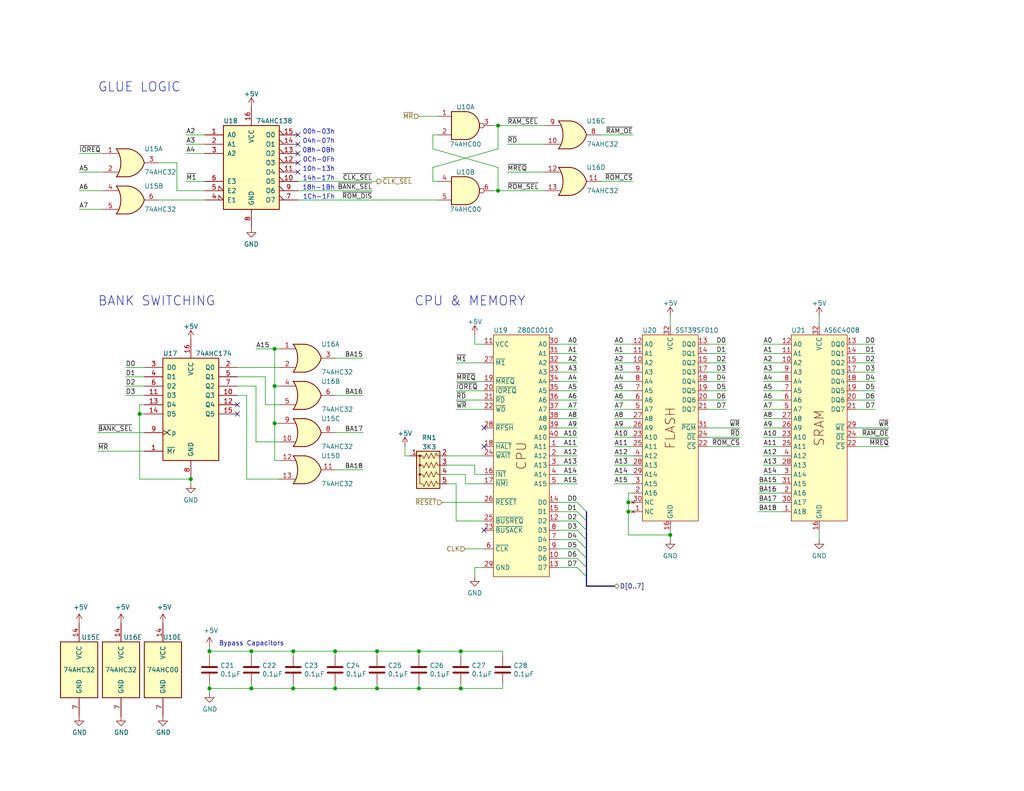
<source format=kicad_sch>
(kicad_sch (version 20211123) (generator eeschema)
  (paper "USLetter")
  (title_block (title "CPU, EEPROM, RAM & basic logic") (date "2022-10-02") (rev "1") (company "Frederic Segard - aka: The Micro Hobbyist") (comment 1 "Based on Grant Searle's design"))
  (lib_symbols
    (symbol "0_Z80_Library:AS6C4008"
      (property "Reference" "U" (at -7.62 0.635 0))
      (property "Value" "AS6C4008" (at 1.27 0.635 0))
      (symbol "AS6C4008_0_0"
        (text "SRAM" (at 0 -25.4 900) (effects (font (size 2.54 2.54))))
        (pin power_in line (at 0 -53.34 90) (length 2.54) (name "GND") (number "16"))
        (pin power_in line (at 0 2.54 270) (length 2.54) (name "VCC") (number "32"))
      )
      (symbol "AS6C4008_1_1"
        (pin input line (at -10.16 -48.26 0) (length 2.54) (name "A18") (number "1"))
        (pin input line (at -10.16 -7.62 0) (length 2.54) (name "A2") (number "10"))
        (pin input line (at -10.16 -5.08 0) (length 2.54) (name "A1") (number "11"))
        (pin input line (at -10.16 -2.54 0) (length 2.54) (name "A0") (number "12"))
        (pin tri_state line (at 10.16 -2.54 180) (length 2.54) (name "DQ0") (number "13"))
        (pin tri_state line (at 10.16 -5.08 180) (length 2.54) (name "DQ1") (number "14"))
        (pin tri_state line (at 10.16 -7.62 180) (length 2.54) (name "DQ2") (number "15"))
        (pin tri_state line (at 10.16 -10.16 180) (length 2.54) (name "DQ3") (number "17"))
        (pin tri_state line (at 10.16 -12.7 180) (length 2.54) (name "DQ4") (number "18"))
        (pin tri_state line (at 10.16 -15.24 180) (length 2.54) (name "DQ5") (number "19"))
        (pin input line (at -10.16 -43.18 0) (length 2.54) (name "A16") (number "2"))
        (pin tri_state line (at 10.16 -17.78 180) (length 2.54) (name "DQ6") (number "20"))
        (pin tri_state line (at 10.16 -20.32 180) (length 2.54) (name "DQ7") (number "21"))
        (pin input line (at 10.16 -30.48 180) (length 2.54) (name "~{CS}") (number "22"))
        (pin input line (at -10.16 -27.94 0) (length 2.54) (name "A10") (number "23"))
        (pin input line (at 10.16 -27.94 180) (length 2.54) (name "~{OE}") (number "24"))
        (pin input line (at -10.16 -30.48 0) (length 2.54) (name "A11") (number "25"))
        (pin input line (at -10.16 -25.4 0) (length 2.54) (name "A9") (number "26"))
        (pin input line (at -10.16 -22.86 0) (length 2.54) (name "A8") (number "27"))
        (pin input line (at -10.16 -35.56 0) (length 2.54) (name "A13") (number "28"))
        (pin input line (at 10.16 -25.4 180) (length 2.54) (name "~{WE}") (number "29"))
        (pin input line (at -10.16 -38.1 0) (length 2.54) (name "A14") (number "3"))
        (pin input line (at -10.16 -45.72 0) (length 2.54) (name "A17") (number "30"))
        (pin input line (at -10.16 -40.64 0) (length 2.54) (name "A15") (number "31"))
        (pin input line (at -10.16 -33.02 0) (length 2.54) (name "A12") (number "4"))
        (pin input line (at -10.16 -20.32 0) (length 2.54) (name "A7") (number "5"))
        (pin input line (at -10.16 -17.78 0) (length 2.54) (name "A6") (number "6"))
        (pin input line (at -10.16 -15.24 0) (length 2.54) (name "A5") (number "7"))
        (pin input line (at -10.16 -12.7 0) (length 2.54) (name "A4") (number "8"))
        (pin input line (at -10.16 -10.16 0) (length 2.54) (name "A3") (number "9"))
      )
    )
    (symbol "0_Z80_Library:SST39SF010"
      (property "Reference" "U" (at -7.62 0 0))
      (property "Value" "SST39SF010" (at 1.27 0 0))
      (symbol "SST39SF010_0_0"
        (text "FLASH" (at 0 -25.4 900) (effects (font (size 2.54 2.54))))
        (pin power_in line (at 0 -53.34 90) (length 2.54) (name "GND") (number "16"))
        (pin power_in line (at 0 2.54 270) (length 2.54) (name "VCC") (number "32"))
      )
      (symbol "SST39SF010_1_1"
        (pin no_connect line (at -10.16 -48.26 0) (length 2.54) (name "NC") (number "1"))
        (pin input line (at -10.16 -7.62 0) (length 2.54) (name "A2") (number "10"))
        (pin input line (at -10.16 -5.08 0) (length 2.54) (name "A1") (number "11"))
        (pin input line (at -10.16 -2.54 0) (length 2.54) (name "A0") (number "12"))
        (pin tri_state line (at 10.16 -2.54 180) (length 2.54) (name "DQ0") (number "13"))
        (pin tri_state line (at 10.16 -5.08 180) (length 2.54) (name "DQ1") (number "14"))
        (pin tri_state line (at 10.16 -7.62 180) (length 2.54) (name "DQ2") (number "15"))
        (pin tri_state line (at 10.16 -10.16 180) (length 2.54) (name "DQ3") (number "17"))
        (pin tri_state line (at 10.16 -12.7 180) (length 2.54) (name "DQ4") (number "18"))
        (pin tri_state line (at 10.16 -15.24 180) (length 2.54) (name "DQ5") (number "19"))
        (pin input line (at -10.16 -43.18 0) (length 2.54) (name "A16") (number "2"))
        (pin tri_state line (at 10.16 -17.78 180) (length 2.54) (name "DQ6") (number "20"))
        (pin tri_state line (at 10.16 -20.32 180) (length 2.54) (name "DQ7") (number "21"))
        (pin input line (at 10.16 -30.48 180) (length 2.54) (name "~{CS}") (number "22"))
        (pin input line (at -10.16 -27.94 0) (length 2.54) (name "A10") (number "23"))
        (pin input line (at 10.16 -27.94 180) (length 2.54) (name "~{OE}") (number "24"))
        (pin input line (at -10.16 -30.48 0) (length 2.54) (name "A11") (number "25"))
        (pin input line (at -10.16 -25.4 0) (length 2.54) (name "A9") (number "26"))
        (pin input line (at -10.16 -22.86 0) (length 2.54) (name "A8") (number "27"))
        (pin input line (at -10.16 -35.56 0) (length 2.54) (name "A13") (number "28"))
        (pin input line (at -10.16 -38.1 0) (length 2.54) (name "A14") (number "29"))
        (pin input line (at -10.16 -40.64 0) (length 2.54) (name "A15") (number "3"))
        (pin no_connect line (at -10.16 -45.72 0) (length 2.54) (name "NC") (number "30"))
        (pin input line (at 10.16 -25.4 180) (length 2.54) (name "~{PGM}") (number "31"))
        (pin input line (at -10.16 -33.02 0) (length 2.54) (name "A12") (number "4"))
        (pin input line (at -10.16 -20.32 0) (length 2.54) (name "A7") (number "5"))
        (pin input line (at -10.16 -17.78 0) (length 2.54) (name "A6") (number "6"))
        (pin input line (at -10.16 -15.24 0) (length 2.54) (name "A5") (number "7"))
        (pin input line (at -10.16 -12.7 0) (length 2.54) (name "A4") (number "8"))
        (pin input line (at -10.16 -10.16 0) (length 2.54) (name "A3") (number "9"))
      )
    )
    (symbol "0_Z80_Library:Z80C00xx"
      (property "Reference" "U" (at -7.62 1.27 0))
      (property "Value" "Z80C00xx" (at 1.27 1.27 0))
      (symbol "Z80C00xx_0_0"
        (text "CPU" (at 0 -33.02 900) (effects (font (size 2.54 2.54))))
      )
      (symbol "Z80C00xx_1_1"
        (pin output line (at 10.16 -30.48 180) (length 2.54) (name "A11") (number "1"))
        (pin bidirectional line (at 10.16 -60.96 180) (length 2.54) (name "D6") (number "10"))
        (pin power_in line (at -10.16 -2.54 0) (length 2.54) (name "VCC") (number "11"))
        (pin bidirectional line (at 10.16 -50.8 180) (length 2.54) (name "D2") (number "12"))
        (pin bidirectional line (at 10.16 -63.5 180) (length 2.54) (name "D7") (number "13"))
        (pin bidirectional line (at 10.16 -45.72 180) (length 2.54) (name "D0") (number "14"))
        (pin bidirectional line (at 10.16 -48.26 180) (length 2.54) (name "D1") (number "15"))
        (pin input line (at -10.16 -38.1 0) (length 2.54) (name "~{INT}") (number "16"))
        (pin input line (at -10.16 -40.64 0) (length 2.54) (name "~{NMI}") (number "17"))
        (pin output line (at -10.16 -30.48 0) (length 2.54) (name "~{HALT}") (number "18"))
        (pin output line (at -10.16 -12.7 0) (length 2.54) (name "~{MREQ}") (number "19"))
        (pin output line (at 10.16 -33.02 180) (length 2.54) (name "A12") (number "2"))
        (pin output line (at -10.16 -15.24 0) (length 2.54) (name "~{IOREQ}") (number "20"))
        (pin output line (at -10.16 -17.78 0) (length 2.54) (name "~{RD}") (number "21"))
        (pin output line (at -10.16 -20.32 0) (length 2.54) (name "~{WD}") (number "22"))
        (pin output line (at -10.16 -53.34 0) (length 2.54) (name "~{BUSACK}") (number "23"))
        (pin input line (at -10.16 -33.02 0) (length 2.54) (name "~{WAIT}") (number "24"))
        (pin input line (at -10.16 -50.8 0) (length 2.54) (name "~{BUSREQ}") (number "25"))
        (pin input line (at -10.16 -45.72 0) (length 2.54) (name "~{RESET}") (number "26"))
        (pin output line (at -10.16 -7.62 0) (length 2.54) (name "~{M1}") (number "27"))
        (pin output line (at -10.16 -25.4 0) (length 2.54) (name "~{RFSH}") (number "28"))
        (pin power_in line (at -10.16 -63.5 0) (length 2.54) (name "GND") (number "29"))
        (pin output line (at 10.16 -35.56 180) (length 2.54) (name "A13") (number "3"))
        (pin output line (at 10.16 -2.54 180) (length 2.54) (name "A0") (number "30"))
        (pin output line (at 10.16 -5.08 180) (length 2.54) (name "A1") (number "31"))
        (pin output line (at 10.16 -7.62 180) (length 2.54) (name "A2") (number "32"))
        (pin output line (at 10.16 -10.16 180) (length 2.54) (name "A3") (number "33"))
        (pin output line (at 10.16 -12.7 180) (length 2.54) (name "A4") (number "34"))
        (pin output line (at 10.16 -15.24 180) (length 2.54) (name "A5") (number "35"))
        (pin output line (at 10.16 -17.78 180) (length 2.54) (name "A6") (number "36"))
        (pin output line (at 10.16 -20.32 180) (length 2.54) (name "A7") (number "37"))
        (pin output line (at 10.16 -22.86 180) (length 2.54) (name "A8") (number "38"))
        (pin output line (at 10.16 -25.4 180) (length 2.54) (name "A9") (number "39"))
        (pin output line (at 10.16 -38.1 180) (length 2.54) (name "A14") (number "4"))
        (pin output line (at 10.16 -27.94 180) (length 2.54) (name "A10") (number "40"))
        (pin output line (at 10.16 -40.64 180) (length 2.54) (name "A15") (number "5"))
        (pin input line (at -10.16 -58.42 0) (length 2.54) (name "~{CLK}") (number "6"))
        (pin bidirectional line (at 10.16 -55.88 180) (length 2.54) (name "D4") (number "7"))
        (pin bidirectional line (at 10.16 -53.34 180) (length 2.54) (name "D3") (number "8"))
        (pin bidirectional line (at 10.16 -58.42 180) (length 2.54) (name "D5") (number "9"))
      )
    )
    (symbol "74xx:74HC00" (pin_names (offset 1.016))
      (property "Reference" "U" (at 0 1.27 0))
      (property "Value" "74HC00" (at 0 -1.27 0))
      (symbol "74HC00_1_1"
        (pin input line (at -7.62 2.54 0) (length 3.81) (name "~") (number "1"))
        (pin input line (at -7.62 -2.54 0) (length 3.81) (name "~") (number "2"))
        (pin output inverted (at 7.62 0 180) (length 3.81) (name "~") (number "3"))
      )
      (symbol "74HC00_1_2"
        (pin input inverted (at -7.62 2.54 0) (length 4.318) (name "~") (number "1"))
        (pin input inverted (at -7.62 -2.54 0) (length 4.318) (name "~") (number "2"))
        (pin output line (at 7.62 0 180) (length 3.81) (name "~") (number "3"))
      )
      (symbol "74HC00_2_1"
        (pin input line (at -7.62 2.54 0) (length 3.81) (name "~") (number "4"))
        (pin input line (at -7.62 -2.54 0) (length 3.81) (name "~") (number "5"))
        (pin output inverted (at 7.62 0 180) (length 3.81) (name "~") (number "6"))
      )
      (symbol "74HC00_2_2"
        (pin input inverted (at -7.62 2.54 0) (length 4.318) (name "~") (number "4"))
        (pin input inverted (at -7.62 -2.54 0) (length 4.318) (name "~") (number "5"))
        (pin output line (at 7.62 0 180) (length 3.81) (name "~") (number "6"))
      )
      (symbol "74HC00_3_1"
        (pin input line (at -7.62 -2.54 0) (length 3.81) (name "~") (number "10"))
        (pin output inverted (at 7.62 0 180) (length 3.81) (name "~") (number "8"))
        (pin input line (at -7.62 2.54 0) (length 3.81) (name "~") (number "9"))
      )
      (symbol "74HC00_3_2"
        (pin input inverted (at -7.62 -2.54 0) (length 4.318) (name "~") (number "10"))
        (pin output line (at 7.62 0 180) (length 3.81) (name "~") (number "8"))
        (pin input inverted (at -7.62 2.54 0) (length 4.318) (name "~") (number "9"))
      )
      (symbol "74HC00_4_1"
        (pin output inverted (at 7.62 0 180) (length 3.81) (name "~") (number "11"))
        (pin input line (at -7.62 2.54 0) (length 3.81) (name "~") (number "12"))
        (pin input line (at -7.62 -2.54 0) (length 3.81) (name "~") (number "13"))
      )
      (symbol "74HC00_4_2"
        (pin output line (at 7.62 0 180) (length 3.81) (name "~") (number "11"))
        (pin input inverted (at -7.62 2.54 0) (length 4.318) (name "~") (number "12"))
        (pin input inverted (at -7.62 -2.54 0) (length 4.318) (name "~") (number "13"))
      )
      (symbol "74HC00_5_0"
        (pin power_in line (at 0 12.7 270) (length 5.08) (name "VCC") (number "14"))
        (pin power_in line (at 0 -12.7 90) (length 5.08) (name "GND") (number "7"))
      )
    )
    (symbol "74xx:74LS138" (pin_names (offset 1.016))
      (property "Reference" "U" (at -7.62 11.43 0))
      (property "Value" "74LS138" (at -7.62 -13.97 0))
      (symbol "74LS138_1_0"
        (pin input line (at -12.7 7.62 0) (length 5.08) (name "A0") (number "1"))
        (pin output output_low (at 12.7 -5.08 180) (length 5.08) (name "O5") (number "10"))
        (pin output output_low (at 12.7 -2.54 180) (length 5.08) (name "O4") (number "11"))
        (pin output output_low (at 12.7 0 180) (length 5.08) (name "O3") (number "12"))
        (pin output output_low (at 12.7 2.54 180) (length 5.08) (name "O2") (number "13"))
        (pin output output_low (at 12.7 5.08 180) (length 5.08) (name "O1") (number "14"))
        (pin output output_low (at 12.7 7.62 180) (length 5.08) (name "O0") (number "15"))
        (pin power_in line (at 0 15.24 270) (length 5.08) (name "VCC") (number "16"))
        (pin input line (at -12.7 5.08 0) (length 5.08) (name "A1") (number "2"))
        (pin input line (at -12.7 2.54 0) (length 5.08) (name "A2") (number "3"))
        (pin input input_low (at -12.7 -10.16 0) (length 5.08) (name "E1") (number "4"))
        (pin input input_low (at -12.7 -7.62 0) (length 5.08) (name "E2") (number "5"))
        (pin input line (at -12.7 -5.08 0) (length 5.08) (name "E3") (number "6"))
        (pin output output_low (at 12.7 -10.16 180) (length 5.08) (name "O7") (number "7"))
        (pin power_in line (at 0 -17.78 90) (length 5.08) (name "GND") (number "8"))
        (pin output output_low (at 12.7 -7.62 180) (length 5.08) (name "O6") (number "9"))
      )
    )
    (symbol "74xx:74LS174" (pin_names (offset 1.016))
      (property "Reference" "U" (at -7.62 13.97 0))
      (property "Value" "74LS174" (at -7.62 -16.51 0))
      (symbol "74LS174_1_0"
        (pin input line (at -12.7 -12.7 0) (length 5.08) (name "~{Mr}") (number "1"))
        (pin output line (at 12.7 2.54 180) (length 5.08) (name "Q3") (number "10"))
        (pin input line (at -12.7 2.54 0) (length 5.08) (name "D3") (number "11"))
        (pin output line (at 12.7 0 180) (length 5.08) (name "Q4") (number "12"))
        (pin input line (at -12.7 0 0) (length 5.08) (name "D4") (number "13"))
        (pin input line (at -12.7 -2.54 0) (length 5.08) (name "D5") (number "14"))
        (pin output line (at 12.7 -2.54 180) (length 5.08) (name "Q5") (number "15"))
        (pin power_in line (at 0 17.78 270) (length 5.08) (name "VCC") (number "16"))
        (pin output line (at 12.7 10.16 180) (length 5.08) (name "Q0") (number "2"))
        (pin input line (at -12.7 10.16 0) (length 5.08) (name "D0") (number "3"))
        (pin input line (at -12.7 7.62 0) (length 5.08) (name "D1") (number "4"))
        (pin output line (at 12.7 7.62 180) (length 5.08) (name "Q1") (number "5"))
        (pin input line (at -12.7 5.08 0) (length 5.08) (name "D2") (number "6"))
        (pin output line (at 12.7 5.08 180) (length 5.08) (name "Q2") (number "7"))
        (pin power_in line (at 0 -20.32 90) (length 5.08) (name "GND") (number "8"))
        (pin input clock (at -12.7 -7.62 0) (length 5.08) (name "Cp") (number "9"))
      )
    )
    (symbol "74xx:74LS32" (pin_names (offset 1.016))
      (property "Reference" "U" (at 0 1.27 0))
      (property "Value" "74LS32" (at 0 -1.27 0))
      (symbol "74LS32_1_1"
        (pin input line (at -7.62 2.54 0) (length 4.318) (name "~") (number "1"))
        (pin input line (at -7.62 -2.54 0) (length 4.318) (name "~") (number "2"))
        (pin output line (at 7.62 0 180) (length 3.81) (name "~") (number "3"))
      )
      (symbol "74LS32_1_2"
        (pin input inverted (at -7.62 2.54 0) (length 3.81) (name "~") (number "1"))
        (pin input inverted (at -7.62 -2.54 0) (length 3.81) (name "~") (number "2"))
        (pin output inverted (at 7.62 0 180) (length 3.81) (name "~") (number "3"))
      )
      (symbol "74LS32_2_1"
        (pin input line (at -7.62 2.54 0) (length 4.318) (name "~") (number "4"))
        (pin input line (at -7.62 -2.54 0) (length 4.318) (name "~") (number "5"))
        (pin output line (at 7.62 0 180) (length 3.81) (name "~") (number "6"))
      )
      (symbol "74LS32_2_2"
        (pin input inverted (at -7.62 2.54 0) (length 3.81) (name "~") (number "4"))
        (pin input inverted (at -7.62 -2.54 0) (length 3.81) (name "~") (number "5"))
        (pin output inverted (at 7.62 0 180) (length 3.81) (name "~") (number "6"))
      )
      (symbol "74LS32_3_1"
        (pin input line (at -7.62 -2.54 0) (length 4.318) (name "~") (number "10"))
        (pin output line (at 7.62 0 180) (length 3.81) (name "~") (number "8"))
        (pin input line (at -7.62 2.54 0) (length 4.318) (name "~") (number "9"))
      )
      (symbol "74LS32_3_2"
        (pin input inverted (at -7.62 -2.54 0) (length 3.81) (name "~") (number "10"))
        (pin output inverted (at 7.62 0 180) (length 3.81) (name "~") (number "8"))
        (pin input inverted (at -7.62 2.54 0) (length 3.81) (name "~") (number "9"))
      )
      (symbol "74LS32_4_1"
        (pin output line (at 7.62 0 180) (length 3.81) (name "~") (number "11"))
        (pin input line (at -7.62 2.54 0) (length 4.318) (name "~") (number "12"))
        (pin input line (at -7.62 -2.54 0) (length 4.318) (name "~") (number "13"))
      )
      (symbol "74LS32_4_2"
        (pin output inverted (at 7.62 0 180) (length 3.81) (name "~") (number "11"))
        (pin input inverted (at -7.62 2.54 0) (length 3.81) (name "~") (number "12"))
        (pin input inverted (at -7.62 -2.54 0) (length 3.81) (name "~") (number "13"))
      )
      (symbol "74LS32_5_0"
        (pin power_in line (at 0 12.7 270) (length 5.08) (name "VCC") (number "14"))
        (pin power_in line (at 0 -12.7 90) (length 5.08) (name "GND") (number "7"))
      )
    )
    (symbol "Device:C" (pin_numbers hide) (pin_names (offset 0.254))
      (property "Reference" "C" (at 0.635 2.54 0))
      (property "Value" "C" (at 0.635 -2.54 0))
      (symbol "C_1_1"
        (pin passive line (at 0 3.81 270) (length 2.794) (name "~") (number "1"))
        (pin passive line (at 0 -3.81 90) (length 2.794) (name "~") (number "2"))
      )
    )
    (symbol "Device:R_Network04_US" (pin_names (offset 0) hide)
      (property "Reference" "RN" (at -7.62 0 90))
      (property "Value" "R_Network04_US" (at 5.08 0 90))
      (symbol "R_Network04_US_1_1"
        (pin passive line (at -5.08 5.08 270) (length 2.54) (name "common") (number "1"))
        (pin passive line (at -5.08 -5.08 90) (length 1.27) (name "R1") (number "2"))
        (pin passive line (at -2.54 -5.08 90) (length 1.27) (name "R2") (number "3"))
        (pin passive line (at 0 -5.08 90) (length 1.27) (name "R3") (number "4"))
        (pin passive line (at 2.54 -5.08 90) (length 1.27) (name "R4") (number "5"))
      )
    )
    (symbol "power:+5V" (power) (pin_names (offset 0))
      (property "Value" "+5V" (at 0 3.556 0))
      (symbol "+5V_1_1"
        (pin power_in line (at 0 0 90) (length 0) hide (name "+5V") (number "1"))
      )
    )
    (symbol "power:GND" (power) (pin_names (offset 0))
      (property "Value" "GND" (at 0 -3.81 0))
      (symbol "GND_1_1"
        (pin power_in line (at 0 0 270) (length 0) hide (name "GND") (number "1"))
      )
    )
  )
  (junction (at 74.93 95.25))
  (junction (at 171.45 139.7))
  (junction (at 171.45 137.16))
  (junction (at 80.01 187.96))
  (junction (at 68.58 187.96))
  (junction (at 114.3 177.8))
  (junction (at 135.89 34.29))
  (junction (at 114.3 187.96))
  (junction (at 80.01 177.8))
  (junction (at 125.73 177.8))
  (junction (at 102.87 177.8))
  (junction (at 57.15 187.96))
  (junction (at 57.15 177.8))
  (junction (at 68.58 177.8))
  (junction (at 102.87 187.96))
  (junction (at 125.73 187.96))
  (junction (at 74.93 105.41))
  (junction (at 74.93 115.57))
  (junction (at 91.44 187.96))
  (junction (at 182.88 146.05))
  (junction (at 38.1 113.03))
  (junction (at 52.07 130.81))
  (junction (at 91.44 177.8))
  (junction (at 135.89 52.07))
  (no_connect (at 132.08 121.92))
  (no_connect (at 132.08 144.78))
  (no_connect (at 64.77 110.49))
  (no_connect (at 64.77 113.03))
  (no_connect (at 81.28 44.45))
  (no_connect (at 81.28 46.99))
  (no_connect (at 81.28 41.91))
  (no_connect (at 81.28 39.37))
  (no_connect (at 81.28 36.83))
  (no_connect (at 132.08 116.84))
  (bus_entry (at 157.48 147.32) (size 2.54 2.54))
  (bus_entry (at 157.48 137.16) (size 2.54 2.54))
  (bus_entry (at 157.48 142.24) (size 2.54 2.54))
  (bus_entry (at 157.48 139.7) (size 2.54 2.54))
  (bus_entry (at 157.48 144.78) (size 2.54 2.54))
  (bus_entry (at 157.48 154.94) (size 2.54 2.54))
  (bus_entry (at 157.48 152.4) (size 2.54 2.54))
  (bus_entry (at 157.48 149.86) (size 2.54 2.54))
  (wire (pts (xy 50.8 36.83) (xy 55.88 36.83)))
  (bus (pts (xy 160.02 154.94) (xy 160.02 157.48)))
  (wire (pts (xy 125.73 179.07) (xy 125.73 177.8)))
  (wire (pts (xy 213.36 121.92) (xy 208.28 121.92)))
  (wire (pts (xy 223.52 144.78) (xy 223.52 147.32)))
  (wire (pts (xy 121.92 124.46) (xy 132.08 124.46)))
  (wire (pts (xy 91.44 177.8) (xy 80.01 177.8)))
  (wire (pts (xy 172.72 119.38) (xy 167.64 119.38)))
  (wire (pts (xy 48.26 52.07) (xy 48.26 44.45)))
  (wire (pts (xy 172.72 127) (xy 167.64 127)))
  (wire (pts (xy 68.58 186.69) (xy 68.58 187.96)))
  (wire (pts (xy 127 129.54) (xy 127 132.08)))
  (wire (pts (xy 81.28 54.61) (xy 119.38 54.61)))
  (wire (pts (xy 201.93 121.92) (xy 193.04 121.92)))
  (wire (pts (xy 152.4 154.94) (xy 157.48 154.94)))
  (wire (pts (xy 129.54 129.54) (xy 132.08 129.54)))
  (wire (pts (xy 172.72 121.92) (xy 167.64 121.92)))
  (wire (pts (xy 129.54 127) (xy 129.54 129.54)))
  (wire (pts (xy 91.44 107.95) (xy 99.06 107.95)))
  (wire (pts (xy 233.68 93.98) (xy 238.76 93.98)))
  (wire (pts (xy 74.93 105.41) (xy 76.2 105.41)))
  (wire (pts (xy 213.36 109.22) (xy 208.28 109.22)))
  (wire (pts (xy 26.67 123.19) (xy 39.37 123.19)))
  (wire (pts (xy 152.4 109.22) (xy 157.48 109.22)))
  (wire (pts (xy 121.92 132.08) (xy 124.46 132.08)))
  (wire (pts (xy 172.72 96.52) (xy 167.64 96.52)))
  (wire (pts (xy 135.89 40.64) (xy 118.11 45.72)))
  (wire (pts (xy 193.04 93.98) (xy 198.12 93.98)))
  (wire (pts (xy 21.59 52.07) (xy 27.94 52.07)))
  (wire (pts (xy 57.15 187.96) (xy 68.58 187.96)))
  (wire (pts (xy 207.01 134.62) (xy 213.36 134.62)))
  (wire (pts (xy 172.72 116.84) (xy 167.64 116.84)))
  (wire (pts (xy 74.93 95.25) (xy 74.93 105.41)))
  (wire (pts (xy 233.68 121.92) (xy 242.57 121.92)))
  (wire (pts (xy 135.89 34.29) (xy 148.59 34.29)))
  (wire (pts (xy 114.3 31.75) (xy 119.38 31.75)))
  (wire (pts (xy 233.68 111.76) (xy 238.76 111.76)))
  (wire (pts (xy 119.38 49.53) (xy 118.11 49.53)))
  (wire (pts (xy 114.3 187.96) (xy 125.73 187.96)))
  (wire (pts (xy 163.83 49.53) (xy 172.72 49.53)))
  (wire (pts (xy 135.89 34.29) (xy 135.89 40.64)))
  (wire (pts (xy 163.83 36.83) (xy 172.72 36.83)))
  (wire (pts (xy 152.4 149.86) (xy 157.48 149.86)))
  (wire (pts (xy 135.89 45.72) (xy 118.11 40.64)))
  (wire (pts (xy 233.68 116.84) (xy 242.57 116.84)))
  (wire (pts (xy 69.85 95.25) (xy 74.93 95.25)))
  (wire (pts (xy 172.72 111.76) (xy 167.64 111.76)))
  (wire (pts (xy 125.73 186.69) (xy 125.73 187.96)))
  (wire (pts (xy 233.68 104.14) (xy 238.76 104.14)))
  (wire (pts (xy 127 149.86) (xy 132.08 149.86)))
  (wire (pts (xy 193.04 96.52) (xy 198.12 96.52)))
  (wire (pts (xy 67.31 130.81) (xy 76.2 130.81)))
  (wire (pts (xy 137.16 177.8) (xy 125.73 177.8)))
  (wire (pts (xy 69.85 120.65) (xy 76.2 120.65)))
  (wire (pts (xy 57.15 177.8) (xy 57.15 179.07)))
  (wire (pts (xy 80.01 187.96) (xy 91.44 187.96)))
  (wire (pts (xy 68.58 177.8) (xy 57.15 177.8)))
  (wire (pts (xy 120.65 137.16) (xy 132.08 137.16)))
  (wire (pts (xy 193.04 109.22) (xy 198.12 109.22)))
  (wire (pts (xy 213.36 111.76) (xy 208.28 111.76)))
  (wire (pts (xy 193.04 111.76) (xy 198.12 111.76)))
  (wire (pts (xy 171.45 146.05) (xy 182.88 146.05)))
  (wire (pts (xy 124.46 132.08) (xy 124.46 142.24)))
  (wire (pts (xy 129.54 154.94) (xy 129.54 157.48)))
  (wire (pts (xy 34.29 100.33) (xy 39.37 100.33)))
  (wire (pts (xy 152.4 132.08) (xy 157.48 132.08)))
  (wire (pts (xy 152.4 144.78) (xy 157.48 144.78)))
  (wire (pts (xy 119.38 36.83) (xy 118.11 36.83)))
  (wire (pts (xy 91.44 118.11) (xy 99.06 118.11)))
  (wire (pts (xy 172.72 124.46) (xy 167.64 124.46)))
  (wire (pts (xy 152.4 111.76) (xy 157.48 111.76)))
  (wire (pts (xy 50.8 39.37) (xy 55.88 39.37)))
  (wire (pts (xy 81.28 49.53) (xy 102.87 49.53)))
  (wire (pts (xy 57.15 187.96) (xy 57.15 189.23)))
  (wire (pts (xy 114.3 177.8) (xy 102.87 177.8)))
  (wire (pts (xy 213.36 127) (xy 208.28 127)))
  (wire (pts (xy 80.01 186.69) (xy 80.01 187.96)))
  (wire (pts (xy 152.4 96.52) (xy 157.48 96.52)))
  (wire (pts (xy 213.36 129.54) (xy 208.28 129.54)))
  (bus (pts (xy 160.02 147.32) (xy 160.02 149.86)))
  (wire (pts (xy 38.1 110.49) (xy 38.1 113.03)))
  (wire (pts (xy 118.11 45.72) (xy 118.11 49.53)))
  (wire (pts (xy 152.4 127) (xy 157.48 127)))
  (wire (pts (xy 80.01 179.07) (xy 80.01 177.8)))
  (wire (pts (xy 72.39 102.87) (xy 64.77 102.87)))
  (wire (pts (xy 21.59 57.15) (xy 27.94 57.15)))
  (wire (pts (xy 213.36 96.52) (xy 208.28 96.52)))
  (wire (pts (xy 91.44 187.96) (xy 102.87 187.96)))
  (wire (pts (xy 137.16 179.07) (xy 137.16 177.8)))
  (wire (pts (xy 74.93 95.25) (xy 76.2 95.25)))
  (wire (pts (xy 172.72 93.98) (xy 167.64 93.98)))
  (wire (pts (xy 124.46 106.68) (xy 132.08 106.68)))
  (wire (pts (xy 213.36 116.84) (xy 208.28 116.84)))
  (wire (pts (xy 91.44 97.79) (xy 99.06 97.79)))
  (wire (pts (xy 152.4 147.32) (xy 157.48 147.32)))
  (wire (pts (xy 138.43 46.99) (xy 148.59 46.99)))
  (wire (pts (xy 138.43 39.37) (xy 148.59 39.37)))
  (wire (pts (xy 34.29 107.95) (xy 39.37 107.95)))
  (wire (pts (xy 233.68 101.6) (xy 238.76 101.6)))
  (wire (pts (xy 114.3 179.07) (xy 114.3 177.8)))
  (wire (pts (xy 38.1 130.81) (xy 52.07 130.81)))
  (wire (pts (xy 233.68 96.52) (xy 238.76 96.52)))
  (wire (pts (xy 50.8 49.53) (xy 55.88 49.53)))
  (wire (pts (xy 72.39 110.49) (xy 72.39 102.87)))
  (wire (pts (xy 111.76 124.46) (xy 110.49 124.46)))
  (bus (pts (xy 160.02 149.86) (xy 160.02 152.4)))
  (wire (pts (xy 80.01 177.8) (xy 68.58 177.8)))
  (wire (pts (xy 67.31 107.95) (xy 64.77 107.95)))
  (wire (pts (xy 64.77 100.33) (xy 76.2 100.33)))
  (wire (pts (xy 213.36 93.98) (xy 208.28 93.98)))
  (wire (pts (xy 67.31 130.81) (xy 67.31 107.95)))
  (wire (pts (xy 124.46 99.06) (xy 132.08 99.06)))
  (wire (pts (xy 102.87 179.07) (xy 102.87 177.8)))
  (wire (pts (xy 172.72 104.14) (xy 167.64 104.14)))
  (wire (pts (xy 172.72 137.16) (xy 171.45 137.16)))
  (wire (pts (xy 129.54 91.44) (xy 129.54 93.98)))
  (wire (pts (xy 124.46 104.14) (xy 132.08 104.14)))
  (wire (pts (xy 91.44 128.27) (xy 99.06 128.27)))
  (wire (pts (xy 152.4 152.4) (xy 157.48 152.4)))
  (wire (pts (xy 26.67 118.11) (xy 39.37 118.11)))
  (wire (pts (xy 172.72 129.54) (xy 167.64 129.54)))
  (wire (pts (xy 193.04 106.68) (xy 198.12 106.68)))
  (wire (pts (xy 21.59 41.91) (xy 27.94 41.91)))
  (wire (pts (xy 48.26 44.45) (xy 43.18 44.45)))
  (wire (pts (xy 114.3 186.69) (xy 114.3 187.96)))
  (wire (pts (xy 172.72 132.08) (xy 167.64 132.08)))
  (wire (pts (xy 213.36 99.06) (xy 208.28 99.06)))
  (wire (pts (xy 74.93 115.57) (xy 74.93 125.73)))
  (wire (pts (xy 134.62 34.29) (xy 135.89 34.29)))
  (bus (pts (xy 160.02 139.7) (xy 160.02 142.24)))
  (wire (pts (xy 233.68 109.22) (xy 238.76 109.22)))
  (wire (pts (xy 124.46 109.22) (xy 132.08 109.22)))
  (wire (pts (xy 69.85 105.41) (xy 64.77 105.41)))
  (wire (pts (xy 201.93 119.38) (xy 193.04 119.38)))
  (wire (pts (xy 34.29 105.41) (xy 39.37 105.41)))
  (wire (pts (xy 193.04 99.06) (xy 198.12 99.06)))
  (wire (pts (xy 233.68 99.06) (xy 238.76 99.06)))
  (wire (pts (xy 135.89 45.72) (xy 135.89 52.07)))
  (wire (pts (xy 121.92 129.54) (xy 127 129.54)))
  (wire (pts (xy 72.39 110.49) (xy 76.2 110.49)))
  (wire (pts (xy 207.01 132.08) (xy 213.36 132.08)))
  (wire (pts (xy 193.04 116.84) (xy 201.93 116.84)))
  (wire (pts (xy 124.46 111.76) (xy 132.08 111.76)))
  (wire (pts (xy 127 132.08) (xy 132.08 132.08)))
  (wire (pts (xy 69.85 120.65) (xy 69.85 105.41)))
  (wire (pts (xy 152.4 142.24) (xy 157.48 142.24)))
  (wire (pts (xy 38.1 113.03) (xy 38.1 130.81)))
  (wire (pts (xy 172.72 101.6) (xy 167.64 101.6)))
  (wire (pts (xy 172.72 99.06) (xy 167.64 99.06)))
  (wire (pts (xy 172.72 106.68) (xy 167.64 106.68)))
  (wire (pts (xy 213.36 119.38) (xy 208.28 119.38)))
  (wire (pts (xy 171.45 134.62) (xy 171.45 137.16)))
  (wire (pts (xy 132.08 154.94) (xy 129.54 154.94)))
  (wire (pts (xy 81.28 52.07) (xy 101.6 52.07)))
  (wire (pts (xy 110.49 121.92) (xy 110.49 124.46)))
  (wire (pts (xy 118.11 36.83) (xy 118.11 40.64)))
  (wire (pts (xy 152.4 116.84) (xy 157.48 116.84)))
  (wire (pts (xy 171.45 139.7) (xy 172.72 139.7)))
  (wire (pts (xy 193.04 104.14) (xy 198.12 104.14)))
  (wire (pts (xy 43.18 54.61) (xy 55.88 54.61)))
  (wire (pts (xy 152.4 104.14) (xy 157.48 104.14)))
  (wire (pts (xy 182.88 86.36) (xy 182.88 88.9)))
  (wire (pts (xy 152.4 106.68) (xy 157.48 106.68)))
  (wire (pts (xy 152.4 119.38) (xy 157.48 119.38)))
  (wire (pts (xy 74.93 115.57) (xy 76.2 115.57)))
  (wire (pts (xy 233.68 119.38) (xy 242.57 119.38)))
  (wire (pts (xy 68.58 187.96) (xy 80.01 187.96)))
  (wire (pts (xy 102.87 177.8) (xy 91.44 177.8)))
  (bus (pts (xy 160.02 152.4) (xy 160.02 154.94)))
  (wire (pts (xy 39.37 110.49) (xy 38.1 110.49)))
  (wire (pts (xy 213.36 104.14) (xy 208.28 104.14)))
  (wire (pts (xy 152.4 121.92) (xy 157.48 121.92)))
  (wire (pts (xy 57.15 176.53) (xy 57.15 177.8)))
  (wire (pts (xy 102.87 186.69) (xy 102.87 187.96)))
  (wire (pts (xy 124.46 142.24) (xy 132.08 142.24)))
  (wire (pts (xy 213.36 101.6) (xy 208.28 101.6)))
  (wire (pts (xy 137.16 186.69) (xy 137.16 187.96)))
  (wire (pts (xy 135.89 52.07) (xy 148.59 52.07)))
  (wire (pts (xy 21.59 46.99) (xy 27.94 46.99)))
  (wire (pts (xy 213.36 114.3) (xy 208.28 114.3)))
  (wire (pts (xy 152.4 124.46) (xy 157.48 124.46)))
  (bus (pts (xy 160.02 157.48) (xy 160.02 160.02)))
  (wire (pts (xy 52.07 132.08) (xy 52.07 130.81)))
  (wire (pts (xy 182.88 144.78) (xy 182.88 146.05)))
  (wire (pts (xy 91.44 179.07) (xy 91.44 177.8)))
  (wire (pts (xy 102.87 187.96) (xy 114.3 187.96)))
  (wire (pts (xy 125.73 187.96) (xy 137.16 187.96)))
  (wire (pts (xy 91.44 186.69) (xy 91.44 187.96)))
  (wire (pts (xy 152.4 139.7) (xy 157.48 139.7)))
  (bus (pts (xy 160.02 144.78) (xy 160.02 147.32)))
  (wire (pts (xy 193.04 101.6) (xy 198.12 101.6)))
  (wire (pts (xy 172.72 109.22) (xy 167.64 109.22)))
  (wire (pts (xy 213.36 106.68) (xy 208.28 106.68)))
  (wire (pts (xy 152.4 114.3) (xy 157.48 114.3)))
  (wire (pts (xy 34.29 102.87) (xy 39.37 102.87)))
  (wire (pts (xy 233.68 106.68) (xy 238.76 106.68)))
  (wire (pts (xy 74.93 105.41) (xy 74.93 115.57)))
  (wire (pts (xy 207.01 139.7) (xy 213.36 139.7)))
  (wire (pts (xy 207.01 137.16) (xy 213.36 137.16)))
  (wire (pts (xy 171.45 134.62) (xy 172.72 134.62)))
  (wire (pts (xy 171.45 137.16) (xy 171.45 139.7)))
  (wire (pts (xy 48.26 52.07) (xy 55.88 52.07)))
  (wire (pts (xy 125.73 177.8) (xy 114.3 177.8)))
  (wire (pts (xy 152.4 137.16) (xy 157.48 137.16)))
  (wire (pts (xy 152.4 129.54) (xy 157.48 129.54)))
  (wire (pts (xy 68.58 179.07) (xy 68.58 177.8)))
  (bus (pts (xy 160.02 160.02) (xy 167.64 160.02)))
  (wire (pts (xy 152.4 99.06) (xy 157.48 99.06)))
  (wire (pts (xy 182.88 146.05) (xy 182.88 147.32)))
  (wire (pts (xy 121.92 127) (xy 129.54 127)))
  (wire (pts (xy 134.62 52.07) (xy 135.89 52.07)))
  (wire (pts (xy 57.15 186.69) (xy 57.15 187.96)))
  (wire (pts (xy 50.8 41.91) (xy 55.88 41.91)))
  (wire (pts (xy 152.4 101.6) (xy 157.48 101.6)))
  (wire (pts (xy 171.45 139.7) (xy 171.45 146.05)))
  (wire (pts (xy 132.08 93.98) (xy 129.54 93.98)))
  (wire (pts (xy 38.1 113.03) (xy 39.37 113.03)))
  (wire (pts (xy 213.36 124.46) (xy 208.28 124.46)))
  (wire (pts (xy 223.52 86.36) (xy 223.52 88.9)))
  (wire (pts (xy 172.72 114.3) (xy 167.64 114.3)))
  (wire (pts (xy 152.4 93.98) (xy 157.48 93.98)))
  (bus (pts (xy 160.02 142.24) (xy 160.02 144.78)))
  (wire (pts (xy 74.93 125.73) (xy 76.2 125.73)))
  (text "00h-03h" (at 91.44 36.83 180) (effects (font (size 1.27 1.27)) (justify right bottom)))
  (text "04h-07h" (at 91.44 39.37 180) (effects (font (size 1.27 1.27)) (justify right bottom)))
  (text "GLUE LOGIC" (at 26.67 25.4 0) (effects (font (size 2.54 2.54)) (justify left bottom)))
  (text "Bypass Capacitors" (at 59.69 176.53 0) (effects (font (size 1.27 1.27)) (justify left bottom)))
  (text "1Ch-1Fh" (at 91.44 54.61 180) (effects (font (size 1.27 1.27)) (justify right bottom)))
  (text "08h-0Bh" (at 91.44 41.91 180) (effects (font (size 1.27 1.27)) (justify right bottom)))
  (text "BANK SWITCHING" (at 26.67 83.82 0) (effects (font (size 2.54 2.54)) (justify left bottom)))
  (text "CPU & MEMORY" (at 113.03 83.82 0) (effects (font (size 2.54 2.54)) (justify left bottom)))
  (text "18h-1Bh" (at 91.44 52.07 180) (effects (font (size 1.27 1.27)) (justify right bottom)))
  (text "10h-13h" (at 91.44 46.99 180) (effects (font (size 1.27 1.27)) (justify right bottom)))
  (text "0Ch-0Fh" (at 91.44 44.45 180) (effects (font (size 1.27 1.27)) (justify right bottom)))
  (text "14h-17h" (at 91.44 49.53 180) (effects (font (size 1.27 1.27)) (justify right bottom)))
  (label "D7" (at 198.12 111.76 180))
  (label "~{RAM_OE}" (at 172.72 36.83 180))
  (label "D2" (at 34.29 105.41 0))
  (label "A1" (at 208.28 96.52 0))
  (label "~{RD}" (at 138.43 39.37 0))
  (label "D6" (at 157.48 152.4 180))
  (label "~{BANK_SEL}" (at 101.6 52.07 180))
  (label "A0" (at 157.48 93.98 180))
  (label "A15" (at 69.85 95.25 0))
  (label "A6" (at 157.48 109.22 180))
  (label "A9" (at 167.64 116.84 0))
  (label "~{MREQ}" (at 124.46 104.14 0))
  (label "~{MR}" (at 26.67 123.19 0))
  (label "~{WR}" (at 124.46 111.76 0))
  (label "D0" (at 238.76 93.98 180))
  (label "D7" (at 238.76 111.76 180))
  (label "~{WR}" (at 201.93 116.84 180))
  (label "~{ROM_CS}" (at 172.72 49.53 180))
  (label "A3" (at 208.28 101.6 0))
  (label "~{RAM_OE}" (at 242.57 119.38 180))
  (label "~{ROM_DIS}" (at 101.6 54.61 180))
  (label "~{WR}" (at 242.57 116.84 180))
  (label "A6" (at 167.64 109.22 0))
  (label "~{RD}" (at 124.46 109.22 0))
  (label "BA17" (at 99.06 118.11 180))
  (label "A15" (at 167.64 132.08 0))
  (label "D6" (at 198.12 109.22 180))
  (label "~{ROM_CS}" (at 201.93 121.92 180))
  (label "A15" (at 157.48 132.08 180))
  (label "A1" (at 167.64 96.52 0))
  (label "BA16" (at 207.01 134.62 0))
  (label "A4" (at 157.48 104.14 180))
  (label "A11" (at 157.48 121.92 180))
  (label "~{RAM_SEL}" (at 138.43 34.29 0))
  (label "D4" (at 198.12 104.14 180))
  (label "BA18" (at 207.01 139.7 0))
  (label "A5" (at 157.48 106.68 180))
  (label "BA17" (at 207.01 137.16 0))
  (label "D3" (at 198.12 101.6 180))
  (label "A12" (at 167.64 124.46 0))
  (label "A4" (at 208.28 104.14 0))
  (label "A8" (at 208.28 114.3 0))
  (label "A4" (at 167.64 104.14 0))
  (label "A14" (at 157.48 129.54 180))
  (label "D0" (at 34.29 100.33 0))
  (label "~{M1}" (at 50.8 49.53 0))
  (label "A5" (at 21.59 46.99 0))
  (label "BA15" (at 207.01 132.08 0))
  (label "A14" (at 208.28 129.54 0))
  (label "D5" (at 238.76 106.68 180))
  (label "A9" (at 208.28 116.84 0))
  (label "D3" (at 34.29 107.95 0))
  (label "A2" (at 157.48 99.06 180))
  (label "D4" (at 238.76 104.14 180))
  (label "A10" (at 167.64 119.38 0))
  (label "A2" (at 208.28 99.06 0))
  (label "BA15" (at 99.06 97.79 180))
  (label "A3" (at 167.64 101.6 0))
  (label "D1" (at 198.12 96.52 180))
  (label "A7" (at 167.64 111.76 0))
  (label "D4" (at 157.48 147.32 180))
  (label "A11" (at 167.64 121.92 0))
  (label "~{MREQ}" (at 242.57 121.92 180))
  (label "~{CLK_SEL}" (at 101.6 49.53 180))
  (label "~{IOREQ}" (at 124.46 106.68 0))
  (label "D5" (at 198.12 106.68 180))
  (label "A3" (at 157.48 101.6 180))
  (label "~{MREQ}" (at 138.43 46.99 0))
  (label "A13" (at 167.64 127 0))
  (label "A5" (at 208.28 106.68 0))
  (label "~{IOREQ}" (at 21.59 41.91 0))
  (label "D2" (at 198.12 99.06 180))
  (label "A9" (at 157.48 116.84 180))
  (label "A0" (at 208.28 93.98 0))
  (label "D1" (at 238.76 96.52 180))
  (label "BA18" (at 99.06 128.27 180))
  (label "A4" (at 50.8 41.91 0))
  (label "A2" (at 50.8 36.83 0))
  (label "A11" (at 208.28 121.92 0))
  (label "D1" (at 157.48 139.7 180))
  (label "A10" (at 157.48 119.38 180))
  (label "D3" (at 238.76 101.6 180))
  (label "~{M1}" (at 124.46 99.06 0))
  (label "~{RD}" (at 201.93 119.38 180))
  (label "A12" (at 157.48 124.46 180))
  (label "A7" (at 157.48 111.76 180))
  (label "D7" (at 157.48 154.94 180))
  (label "A12" (at 208.28 124.46 0))
  (label "D2" (at 238.76 99.06 180))
  (label "A7" (at 208.28 111.76 0))
  (label "A1" (at 157.48 96.52 180))
  (label "A7" (at 21.59 57.15 0))
  (label "A13" (at 157.48 127 180))
  (label "A8" (at 167.64 114.3 0))
  (label "~{ROM_SEL}" (at 138.43 52.07 0))
  (label "D1" (at 34.29 102.87 0))
  (label "D0" (at 198.12 93.98 180))
  (label "~{BANK_SEL}" (at 26.67 118.11 0))
  (label "A13" (at 208.28 127 0))
  (label "BA16" (at 99.06 107.95 180))
  (label "A2" (at 167.64 99.06 0))
  (label "A6" (at 21.59 52.07 0))
  (label "D3" (at 157.48 144.78 180))
  (label "A6" (at 208.28 109.22 0))
  (label "D6" (at 238.76 109.22 180))
  (label "A10" (at 208.28 119.38 0))
  (label "D0" (at 157.48 137.16 180))
  (label "A14" (at 167.64 129.54 0))
  (label "A8" (at 157.48 114.3 180))
  (label "A3" (at 50.8 39.37 0))
  (label "A0" (at 167.64 93.98 0))
  (label "D2" (at 157.48 142.24 180))
  (label "A5" (at 167.64 106.68 0))
  (label "D5" (at 157.48 149.86 180))
  (hierarchical_label "CLK" (shape input) (at 127 149.86 180))
  (hierarchical_label "D[0..7]" (shape bidirectional) (at 167.64 160.02 0))
  (hierarchical_label "~{RESET}" (shape input) (at 120.65 137.16 180))
  (hierarchical_label "~{CLK_SEL}" (shape output) (at 102.87 49.53 0))
  (hierarchical_label "~{MR}" (shape input) (at 114.3 31.75 180))
  (symbol (lib_id "74xx:74LS174") (at 52.07 110.49 0) (unit 1)
    (property "Reference" "U17" (at 44.45 96.52 0) (effects (justify left)))
    (property "Value" "74AHC174" (at 53.34 96.52 0) (effects (justify left)))
    (property "Footprint" "Package_DIP:DIP-16_W7.62mm_Socket" (effects hide))
    (property "Datasheet" "http://www.ti.com/lit/gpn/sn74LS174" (effects hide))
  )
  (symbol (lib_id "power:GND") (at 44.45 195.58 0) (unit 1)
    (property "Reference" "#PWR071" (effects hide))
    (property "Value" "GND" (at 44.577 199.9742 0))
  )
  (symbol (lib_id "74xx:74LS32") (at 156.21 49.53 0) (unit 4)
    (property "Reference" "U16" (at 160.02 45.72 0) (effects (justify left)))
    (property "Value" "74AHC32" (at 160.02 52.07 0) (effects (justify left)))
    (property "Footprint" "Package_DIP:DIP-14_W7.62mm_Socket" (effects hide))
    (property "Datasheet" "http://www.ti.com/lit/gpn/sn74LS32" (effects hide))
  )
  (symbol (lib_id "74xx:74LS32") (at 83.82 107.95 0) (unit 2)
    (property "Reference" "U16" (at 87.63 104.14 0) (effects (justify left)))
    (property "Value" "74AHC32" (at 87.63 111.76 0) (effects (justify left)))
    (property "Footprint" "Package_DIP:DIP-14_W7.62mm_Socket" (effects hide))
    (property "Datasheet" "http://www.ti.com/lit/gpn/sn74LS32" (effects hide))
  )
  (symbol (lib_id "74xx:74LS32") (at 35.56 44.45 0) (unit 1)
    (property "Reference" "U15" (at 39.37 40.64 0) (effects (justify left)))
    (property "Value" "74AHC32" (at 39.37 46.99 0) (effects (justify left)))
    (property "Footprint" "Package_DIP:DIP-14_W7.62mm_Socket" (effects hide))
    (property "Datasheet" "http://www.ti.com/lit/gpn/sn74LS32" (effects hide))
  )
  (symbol (lib_id "power:GND") (at 57.15 189.23 0) (unit 1)
    (property "Reference" "#PWR075" (effects hide))
    (property "Value" "GND" (at 57.277 193.6242 0))
  )
  (symbol (lib_id "74xx:74LS32") (at 21.59 182.88 0) (unit 5)
    (property "Reference" "U15" (at 22.225 173.99 0) (effects (justify left)))
    (property "Value" "74AHC32" (at 21.59 182.88 0))
    (property "Footprint" "Package_DIP:DIP-14_W7.62mm_Socket" (effects hide))
    (property "Datasheet" "http://www.ti.com/lit/gpn/sn74LS32" (effects hide))
  )
  (symbol (lib_id "0_Z80_Library:SST39SF010") (at 182.88 91.44 0) (unit 1)
    (property "Reference" "U20" (at 175.26 90.17 0) (effects (justify left)))
    (property "Value" "SST39SF010" (at 184.15 90.17 0) (effects (justify left)))
    (property "Footprint" "Package_DIP:DIP-32_W15.24mm" (effects hide))
    (property "Datasheet" "https://ww1.microchip.com/downloads/en/DeviceDoc/20005022C.pdf" (effects hide))
  )
  (symbol (lib_id "74xx:74LS32") (at 35.56 54.61 0) (unit 2)
    (property "Reference" "U15" (at 39.37 50.8 0) (effects (justify left)))
    (property "Value" "74AHC32" (at 39.37 57.15 0) (effects (justify left)))
    (property "Footprint" "Package_DIP:DIP-14_W7.62mm_Socket" (effects hide))
    (property "Datasheet" "http://www.ti.com/lit/gpn/sn74LS32" (effects hide))
  )
  (symbol (lib_id "power:GND") (at 129.54 157.48 0) (unit 1)
    (property "Reference" "#PWR080" (effects hide))
    (property "Value" "GND" (at 129.54 161.9234 0))
  )
  (symbol (lib_id "power:GND") (at 21.59 195.58 0) (unit 1)
    (property "Reference" "#PWR067" (effects hide))
    (property "Value" "GND" (at 21.717 199.9742 0))
  )
  (symbol (lib_id "power:+5V") (at 182.88 86.36 0) (unit 1)
    (property "Reference" "#PWR081" (effects hide))
    (property "Value" "+5V" (at 182.88 82.7842 0))
  )
  (symbol (lib_id "power:GND") (at 68.58 62.23 0) (unit 1)
    (property "Reference" "#PWR077" (effects hide))
    (property "Value" "GND" (at 68.58 66.6734 0))
  )
  (symbol (lib_id "Device:C") (at 102.87 182.88 0) (unit 1)
    (property "Reference" "C25" (at 105.791 181.7116 0) (effects (justify left)))
    (property "Value" "0.1µF" (at 105.791 184.023 0) (effects (justify left)))
    (property "Footprint" "Capacitor_THT:C_Disc_D3.0mm_W1.6mm_P2.50mm" (effects hide))
  )
  (symbol (lib_id "power:+5V") (at 110.49 121.92 0) (unit 1)
    (property "Reference" "#PWR078" (effects hide))
    (property "Value" "+5V" (at 110.49 118.3442 0))
  )
  (symbol (lib_id "74xx:74LS138") (at 68.58 44.45 0) (unit 1)
    (property "Reference" "U18" (at 60.96 33.02 0) (effects (justify left)))
    (property "Value" "74AHC138" (at 69.85 33.02 0) (effects (justify left)))
    (property "Footprint" "Package_DIP:DIP-16_W7.62mm_Socket" (effects hide))
    (property "Datasheet" "http://www.ti.com/lit/gpn/sn74LS138" (effects hide))
  )
  (symbol (lib_id "Device:R_Network04_US") (at 116.84 129.54 90) (mirror x) (unit 1)
    (property "Reference" "RN1" (at 117.094 119.4902 90))
    (property "Value" "3K3" (at 117.094 122.0271 90))
    (property "Footprint" "Resistor_THT:R_Array_SIP5" (effects hide))
    (property "Datasheet" "http://www.vishay.com/docs/31509/csc.pdf" (effects hide))
  )
  (symbol (lib_id "0_Z80_Library:AS6C4008") (at 223.52 91.44 0) (unit 1)
    (property "Reference" "U21" (at 215.9 90.17 0) (effects (justify left)))
    (property "Value" "AS6C4008" (at 224.79 90.17 0) (effects (justify left)))
    (property "Footprint" "Package_DIP:DIP-32_W15.24mm" (effects hide))
    (property "Datasheet" "https://www.alliancememory.com/wp-content/uploads/pdf/AS6C4008.pdf" (effects hide))
  )
  (symbol (lib_id "Device:C") (at 68.58 182.88 0) (unit 1)
    (property "Reference" "C22" (at 71.501 181.7116 0) (effects (justify left)))
    (property "Value" "0.1µF" (at 71.501 184.023 0) (effects (justify left)))
    (property "Footprint" "Capacitor_THT:C_Disc_D3.0mm_W1.6mm_P2.50mm" (effects hide))
  )
  (symbol (lib_id "power:+5V") (at 129.54 91.44 0) (unit 1)
    (property "Reference" "#PWR079" (effects hide))
    (property "Value" "+5V" (at 129.54 87.8642 0))
  )
  (symbol (lib_id "power:+5V") (at 223.52 86.36 0) (unit 1)
    (property "Reference" "#PWR083" (effects hide))
    (property "Value" "+5V" (at 223.52 82.7842 0))
  )
  (symbol (lib_id "74xx:74LS32") (at 156.21 36.83 0) (unit 3)
    (property "Reference" "U16" (at 160.02 33.02 0) (effects (justify left)))
    (property "Value" "74AHC32" (at 160.02 39.37 0) (effects (justify left)))
    (property "Footprint" "Package_DIP:DIP-14_W7.62mm_Socket" (effects hide))
    (property "Datasheet" "http://www.ti.com/lit/gpn/sn74LS32" (effects hide))
  )
  (symbol (lib_id "Device:C") (at 80.01 182.88 0) (unit 1)
    (property "Reference" "C23" (at 82.931 181.7116 0) (effects (justify left)))
    (property "Value" "0.1µF" (at 82.931 184.023 0) (effects (justify left)))
    (property "Footprint" "Capacitor_THT:C_Disc_D3.0mm_W1.6mm_P2.50mm" (effects hide))
  )
  (symbol (lib_id "power:+5V") (at 21.59 170.18 0) (unit 1)
    (property "Reference" "#PWR066" (effects hide))
    (property "Value" "+5V" (at 21.971 165.7858 0))
  )
  (symbol (lib_id "Device:C") (at 137.16 182.88 0) (unit 1)
    (property "Reference" "C28" (at 140.081 181.7116 0) (effects (justify left)))
    (property "Value" "0.1µF" (at 140.081 184.023 0) (effects (justify left)))
    (property "Footprint" "Capacitor_THT:C_Disc_D3.0mm_W1.6mm_P2.50mm" (effects hide))
  )
  (symbol (lib_id "power:GND") (at 182.88 147.32 0) (unit 1)
    (property "Reference" "#PWR082" (effects hide))
    (property "Value" "GND" (at 182.88 151.7634 0))
  )
  (symbol (lib_id "0_Z80_Library:Z80C00xx") (at 142.24 91.44 0) (unit 1)
    (property "Reference" "U19" (at 134.62 90.17 0) (effects (justify left)))
    (property "Value" "Z80C0010" (at 146.05 90.17 0))
    (property "Footprint" "Package_DIP:DIP-40_W15.24mm_Socket" (effects hide))
    (property "Datasheet" "https://www.mouser.ca/datasheet/2/240/ps0178-2584834.pdf" (effects hide))
  )
  (symbol (lib_id "74xx:74HC00") (at 127 52.07 0) (unit 2)
    (property "Reference" "U10" (at 127 46.99 0))
    (property "Value" "74AHC00" (at 127 57.15 0))
    (property "Footprint" "Package_DIP:DIP-14_W7.62mm_Socket" (effects hide))
    (property "Datasheet" "http://www.ti.com/lit/gpn/sn74hc00" (effects hide))
  )
  (symbol (lib_id "power:GND") (at 52.07 132.08 0) (unit 1)
    (property "Reference" "#PWR073" (effects hide))
    (property "Value" "GND" (at 52.07 136.5234 0))
  )
  (symbol (lib_id "power:GND") (at 33.02 195.58 0) (unit 1)
    (property "Reference" "#PWR069" (effects hide))
    (property "Value" "GND" (at 33.147 199.9742 0))
  )
  (symbol (lib_id "Device:C") (at 91.44 182.88 0) (unit 1)
    (property "Reference" "C24" (at 94.361 181.7116 0) (effects (justify left)))
    (property "Value" "0.1µF" (at 94.361 184.023 0) (effects (justify left)))
    (property "Footprint" "Capacitor_THT:C_Disc_D3.0mm_W1.6mm_P2.50mm" (effects hide))
  )
  (symbol (lib_id "74xx:74HC00") (at 44.45 182.88 0) (unit 5)
    (property "Reference" "U10" (at 46.99 173.99 0))
    (property "Value" "74AHC00" (at 44.45 182.88 0))
    (property "Footprint" "Package_DIP:DIP-14_W7.62mm_Socket" (effects hide))
    (property "Datasheet" "http://www.ti.com/lit/gpn/sn74hc00" (effects hide))
  )
  (symbol (lib_id "power:+5V") (at 68.58 29.21 0) (unit 1)
    (property "Reference" "#PWR076" (effects hide))
    (property "Value" "+5V" (at 68.58 25.6342 0))
  )
  (symbol (lib_id "74xx:74LS32") (at 83.82 128.27 0) (unit 4)
    (property "Reference" "U15" (at 87.63 124.46 0) (effects (justify left)))
    (property "Value" "74AHC32" (at 87.63 132.08 0) (effects (justify left)))
    (property "Footprint" "Package_DIP:DIP-14_W7.62mm_Socket" (effects hide))
    (property "Datasheet" "http://www.ti.com/lit/gpn/sn74LS32" (effects hide))
  )
  (symbol (lib_id "74xx:74LS32") (at 83.82 118.11 0) (unit 3)
    (property "Reference" "U15" (at 87.63 114.3 0) (effects (justify left)))
    (property "Value" "74AHC32" (at 87.63 121.92 0) (effects (justify left)))
    (property "Footprint" "Package_DIP:DIP-14_W7.62mm_Socket" (effects hide))
    (property "Datasheet" "http://www.ti.com/lit/gpn/sn74LS32" (effects hide))
  )
  (symbol (lib_id "power:+5V") (at 33.02 170.18 0) (unit 1)
    (property "Reference" "#PWR068" (effects hide))
    (property "Value" "+5V" (at 33.401 165.7858 0))
  )
  (symbol (lib_id "Device:C") (at 57.15 182.88 0) (unit 1)
    (property "Reference" "C21" (at 60.071 181.7116 0) (effects (justify left)))
    (property "Value" "0.1µF" (at 60.071 184.023 0) (effects (justify left)))
    (property "Footprint" "Capacitor_THT:C_Disc_D3.0mm_W1.6mm_P2.50mm" (effects hide))
  )
  (symbol (lib_id "Device:C") (at 125.73 182.88 0) (unit 1)
    (property "Reference" "C27" (at 128.651 181.7116 0) (effects (justify left)))
    (property "Value" "0.1µF" (at 128.651 184.023 0) (effects (justify left)))
    (property "Footprint" "Capacitor_THT:C_Disc_D3.0mm_W1.6mm_P2.50mm" (effects hide))
  )
  (symbol (lib_id "power:+5V") (at 44.45 170.18 0) (unit 1)
    (property "Reference" "#PWR070" (effects hide))
    (property "Value" "+5V" (at 44.831 165.7858 0))
  )
  (symbol (lib_id "Device:C") (at 114.3 182.88 0) (unit 1)
    (property "Reference" "C26" (at 117.221 181.7116 0) (effects (justify left)))
    (property "Value" "0.1µF" (at 117.221 184.023 0) (effects (justify left)))
    (property "Footprint" "Capacitor_THT:C_Disc_D3.0mm_W1.6mm_P2.50mm" (effects hide))
  )
  (symbol (lib_id "power:+5V") (at 57.15 176.53 0) (unit 1)
    (property "Reference" "#PWR074" (effects hide))
    (property "Value" "+5V" (at 57.531 172.1358 0))
  )
  (symbol (lib_id "74xx:74HC00") (at 127 34.29 0) (unit 1)
    (property "Reference" "U10" (at 127 29.21 0))
    (property "Value" "74AHC00" (at 127 39.37 0))
    (property "Footprint" "Package_DIP:DIP-14_W7.62mm_Socket" (effects hide))
    (property "Datasheet" "http://www.ti.com/lit/gpn/sn74hc00" (effects hide))
  )
  (symbol (lib_id "74xx:74LS32") (at 33.02 182.88 0) (unit 5)
    (property "Reference" "U16" (at 33.655 173.99 0) (effects (justify left)))
    (property "Value" "74AHC32" (at 33.02 182.88 0))
    (property "Footprint" "Package_DIP:DIP-14_W7.62mm_Socket" (effects hide))
    (property "Datasheet" "http://www.ti.com/lit/gpn/sn74LS32" (effects hide))
  )
  (symbol (lib_id "power:+5V") (at 52.07 92.71 0) (unit 1)
    (property "Reference" "#PWR072" (effects hide))
    (property "Value" "+5V" (at 52.07 89.1342 0))
  )
  (symbol (lib_id "74xx:74LS32") (at 83.82 97.79 0) (unit 1)
    (property "Reference" "U16" (at 87.63 93.98 0) (effects (justify left)))
    (property "Value" "74AHC32" (at 87.63 101.6 0) (effects (justify left)))
    (property "Footprint" "Package_DIP:DIP-14_W7.62mm_Socket" (effects hide))
    (property "Datasheet" "http://www.ti.com/lit/gpn/sn74LS32" (effects hide))
  )
  (symbol (lib_id "power:GND") (at 223.52 147.32 0) (unit 1)
    (property "Reference" "#PWR084" (effects hide))
    (property "Value" "GND" (at 223.52 151.7634 0))
  )
)
</source>
